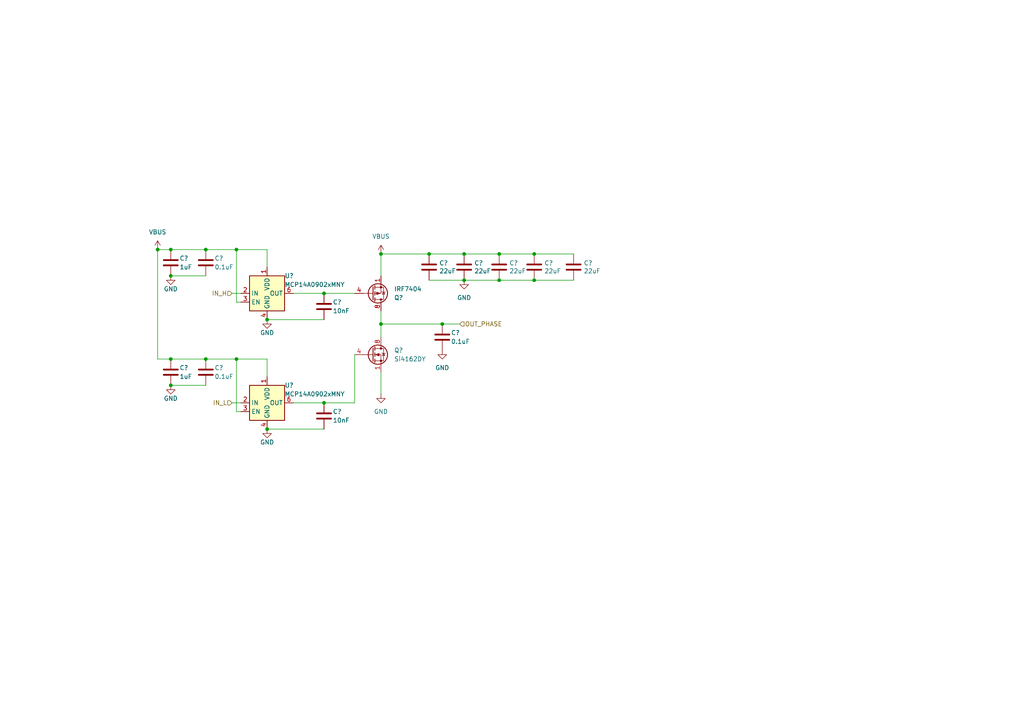
<source format=kicad_sch>
(kicad_sch (version 20211123) (generator eeschema)
  (paper "A4")
  (lib_symbols
    (symbol "Device:C" (pin_numbers hide) (pin_names (offset 0.254))
      (property "Reference" "C" (at 0.635 2.54 0))
      (property "Value" "C" (at 0.635 -2.54 0))
      (symbol "C_0_1"
        (polyline (pts (xy -2.032 -0.762) (xy 2.032 -0.762)) (stroke (width 0.508)))
        (polyline (pts (xy -2.032 0.762) (xy 2.032 0.762)) (stroke (width 0.508)))
      )
      (symbol "C_1_1"
        (pin passive line (at 0 3.81 270) (length 2.794) (name "~") (number "1"))
        (pin passive line (at 0 -3.81 90) (length 2.794) (name "~") (number "2"))
      )
    )
    (symbol "Driver_FET:MCP14A0902xMNY"
      (property "Reference" "U" (at -7.62 8.89 0))
      (property "Value" "MCP14A0902xMNY" (at 1.27 8.89 0))
      (symbol "MCP14A0902xMNY_1_1"
        (rectangle (start -5.08 -5.08) (end 5.08 5.08) (stroke (width 0.254)) (fill (type background)))
        (pin power_in line (at 0 7.62 270) (length 2.54) (name "VDD") (number "1"))
        (pin input line (at -7.62 0 0) (length 2.54) (name "IN") (number "2"))
        (pin input line (at -7.62 -2.54 0) (length 2.54) (name "EN") (number "3"))
        (pin power_in line (at 0 -7.62 90) (length 2.54) (name "GND") (number "4"))
        (pin passive line (at 0 -7.62 90) (length 2.54) hide (name "GND") (number "5"))
        (pin output line (at 7.62 0 180) (length 2.54) (name "OUT") (number "6"))
        (pin passive line (at 7.62 0 180) (length 2.54) hide (name "OUT") (number "7"))
        (pin passive line (at 0 7.62 270) (length 2.54) hide (name "VDD") (number "8"))
        (pin passive line (at 0 -7.62 90) (length 2.54) hide (name "GND") (number "9"))
      )
    )
    (symbol "Transistor_FET:IRF7404" (pin_names hide)
      (property "Reference" "Q" (at 5.08 1.905 0))
      (property "Value" "IRF7404" (at 5.08 0 0))
      (symbol "IRF7404_0_1"
        (polyline (pts (xy 0.254 0) (xy -2.54 0)))
        (polyline (pts (xy 0.254 1.905) (xy 0.254 -1.905)) (stroke (width 0.254)))
        (polyline (pts (xy 0.762 -1.27) (xy 0.762 -2.286)) (stroke (width 0.254)))
        (polyline (pts (xy 0.762 0.508) (xy 0.762 -0.508)) (stroke (width 0.254)))
        (polyline (pts (xy 0.762 2.286) (xy 0.762 1.27)) (stroke (width 0.254)))
        (polyline (pts (xy 2.54 2.54) (xy 2.54 1.778)))
        (polyline (pts (xy 2.54 -2.54) (xy 2.54 0) (xy 0.762 0)))
        (polyline (pts (xy 0.762 1.778) (xy 3.302 1.778) (xy 3.302 -1.778) (xy 0.762 -1.778)))
        (polyline (pts (xy 2.286 0) (xy 1.27 0.381) (xy 1.27 -0.381) (xy 2.286 0)) (fill (type outline)))
        (polyline (pts (xy 2.794 -0.508) (xy 2.921 -0.381) (xy 3.683 -0.381) (xy 3.81 -0.254)))
        (polyline (pts (xy 3.302 -0.381) (xy 2.921 0.254) (xy 3.683 0.254) (xy 3.302 -0.381)))
        (circle (center 1.651 0) (radius 2.794) (stroke (width 0.254)))
        (circle (center 2.54 -1.778) (radius 0.254) (fill (type outline)))
        (circle (center 2.54 1.778) (radius 0.254) (fill (type outline)))
      )
      (symbol "IRF7404_1_1"
        (pin passive line (at 2.54 -5.08 90) (length 2.54) (name "S") (number "1"))
        (pin passive line (at 2.54 -5.08 90) (length 2.54) hide (name "S") (number "2"))
        (pin passive line (at 2.54 -5.08 90) (length 2.54) hide (name "S") (number "3"))
        (pin passive line (at -5.08 0 0) (length 2.54) (name "G") (number "4"))
        (pin passive line (at 2.54 5.08 270) (length 2.54) hide (name "D") (number "5"))
        (pin passive line (at 2.54 5.08 270) (length 2.54) hide (name "D") (number "6"))
        (pin passive line (at 2.54 5.08 270) (length 2.54) hide (name "D") (number "7"))
        (pin passive line (at 2.54 5.08 270) (length 2.54) (name "D") (number "8"))
      )
    )
    (symbol "Transistor_FET:Si4162DY" (pin_names hide)
      (property "Reference" "Q" (at 5.08 2.54 0))
      (property "Value" "Si4162DY" (at 5.08 0 0))
      (symbol "Si4162DY_0_1"
        (polyline (pts (xy 0.254 0) (xy -2.54 0)))
        (polyline (pts (xy 0.254 1.905) (xy 0.254 -1.905)) (stroke (width 0.254)))
        (polyline (pts (xy 0.762 -1.27) (xy 0.762 -2.286)) (stroke (width 0.254)))
        (polyline (pts (xy 0.762 0.508) (xy 0.762 -0.508)) (stroke (width 0.254)))
        (polyline (pts (xy 0.762 2.286) (xy 0.762 1.27)) (stroke (width 0.254)))
        (polyline (pts (xy 2.54 2.54) (xy 2.54 1.778)))
        (polyline (pts (xy 2.54 -2.54) (xy 2.54 0) (xy 0.762 0)))
        (polyline (pts (xy 0.762 -1.778) (xy 3.302 -1.778) (xy 3.302 1.778) (xy 0.762 1.778)))
        (polyline (pts (xy 1.016 0) (xy 2.032 0.381) (xy 2.032 -0.381) (xy 1.016 0)) (fill (type outline)))
        (polyline (pts (xy 2.794 0.508) (xy 2.921 0.381) (xy 3.683 0.381) (xy 3.81 0.254)))
        (polyline (pts (xy 3.302 0.381) (xy 2.921 -0.254) (xy 3.683 -0.254) (xy 3.302 0.381)))
        (circle (center 1.651 0) (radius 2.794) (stroke (width 0.254)))
        (circle (center 2.54 -1.778) (radius 0.254) (fill (type outline)))
        (circle (center 2.54 1.778) (radius 0.254) (fill (type outline)))
      )
      (symbol "Si4162DY_1_1"
        (pin passive line (at 2.54 -5.08 90) (length 2.54) (name "S") (number "1"))
        (pin passive line (at 2.54 -5.08 90) (length 2.54) hide (name "S") (number "2"))
        (pin passive line (at 2.54 -5.08 90) (length 2.54) hide (name "S") (number "3"))
        (pin input line (at -5.08 0 0) (length 2.54) (name "G") (number "4"))
        (pin passive line (at 2.54 5.08 270) (length 2.54) hide (name "D") (number "5"))
        (pin passive line (at 2.54 5.08 270) (length 2.54) hide (name "D") (number "6"))
        (pin passive line (at 2.54 5.08 270) (length 2.54) hide (name "D") (number "7"))
        (pin passive line (at 2.54 5.08 270) (length 2.54) (name "D") (number "8"))
      )
    )
    (symbol "power:GND" (power) (pin_names (offset 0))
      (property "Value" "GND" (at 0 -3.81 0))
      (symbol "GND_0_1"
        (polyline (pts (xy 0 0) (xy 0 -1.27) (xy 1.27 -1.27) (xy 0 -2.54) (xy -1.27 -1.27) (xy 0 -1.27)))
      )
      (symbol "GND_1_1"
        (pin power_in line (at 0 0 270) (length 0) hide (name "GND") (number "1"))
      )
    )
    (symbol "power:VBUS" (power) (pin_names (offset 0))
      (property "Value" "VBUS" (at 0 3.81 0))
      (symbol "VBUS_0_1"
        (polyline (pts (xy -0.762 1.27) (xy 0 2.54)))
        (polyline (pts (xy 0 0) (xy 0 2.54)))
        (polyline (pts (xy 0 2.54) (xy 0.762 1.27)))
      )
      (symbol "VBUS_1_1"
        (pin power_in line (at 0 0 90) (length 0) hide (name "VBUS") (number "1"))
      )
    )
  )
  (junction (at 68.58 104.14))
  (junction (at 128.27 93.98))
  (junction (at 77.47 92.71))
  (junction (at 59.69 72.39))
  (junction (at 134.62 81.28))
  (junction (at 68.58 72.39))
  (junction (at 49.53 104.14))
  (junction (at 93.98 85.09))
  (junction (at 134.62 73.66))
  (junction (at 144.78 81.28))
  (junction (at 124.46 73.66))
  (junction (at 45.72 72.39))
  (junction (at 93.98 116.84))
  (junction (at 77.47 124.46))
  (junction (at 110.49 93.98))
  (junction (at 59.69 104.14))
  (junction (at 154.94 81.28))
  (junction (at 49.53 80.01))
  (junction (at 110.49 73.66))
  (junction (at 49.53 72.39))
  (junction (at 154.94 73.66))
  (junction (at 144.78 73.66))
  (junction (at 49.53 111.76))
  (wire (pts (xy 154.94 73.66) (xy 166.37 73.66)))
  (wire (pts (xy 144.78 73.66) (xy 154.94 73.66)))
  (wire (pts (xy 124.46 73.66) (xy 134.62 73.66)))
  (wire (pts (xy 110.49 93.98) (xy 128.27 93.98)))
  (wire (pts (xy 144.78 81.28) (xy 154.94 81.28)))
  (wire (pts (xy 49.53 80.01) (xy 59.69 80.01)))
  (wire (pts (xy 59.69 72.39) (xy 68.58 72.39)))
  (wire (pts (xy 110.49 90.17) (xy 110.49 93.98)))
  (wire (pts (xy 134.62 73.66) (xy 144.78 73.66)))
  (wire (pts (xy 69.85 87.63) (xy 68.58 87.63)))
  (wire (pts (xy 77.47 72.39) (xy 77.47 77.47)))
  (wire (pts (xy 68.58 119.38) (xy 68.58 104.14)))
  (wire (pts (xy 68.58 104.14) (xy 77.47 104.14)))
  (wire (pts (xy 93.98 116.84) (xy 102.87 116.84)))
  (wire (pts (xy 110.49 93.98) (xy 110.49 97.79)))
  (wire (pts (xy 49.53 111.76) (xy 59.69 111.76)))
  (wire (pts (xy 77.47 104.14) (xy 77.47 109.22)))
  (wire (pts (xy 124.46 81.28) (xy 134.62 81.28)))
  (wire (pts (xy 45.72 72.39) (xy 49.53 72.39)))
  (wire (pts (xy 85.09 85.09) (xy 93.98 85.09)))
  (wire (pts (xy 59.69 104.14) (xy 68.58 104.14)))
  (wire (pts (xy 102.87 102.87) (xy 102.87 116.84)))
  (wire (pts (xy 110.49 73.66) (xy 110.49 80.01)))
  (wire (pts (xy 67.31 85.09) (xy 69.85 85.09)))
  (wire (pts (xy 154.94 81.28) (xy 166.37 81.28)))
  (wire (pts (xy 69.85 119.38) (xy 68.58 119.38)))
  (wire (pts (xy 110.49 73.66) (xy 124.46 73.66)))
  (wire (pts (xy 49.53 104.14) (xy 59.69 104.14)))
  (wire (pts (xy 45.72 104.14) (xy 49.53 104.14)))
  (wire (pts (xy 77.47 124.46) (xy 93.98 124.46)))
  (wire (pts (xy 68.58 72.39) (xy 77.47 72.39)))
  (wire (pts (xy 67.31 116.84) (xy 69.85 116.84)))
  (wire (pts (xy 128.27 93.98) (xy 133.35 93.98)))
  (wire (pts (xy 110.49 107.95) (xy 110.49 114.3)))
  (wire (pts (xy 77.47 92.71) (xy 93.98 92.71)))
  (wire (pts (xy 134.62 81.28) (xy 144.78 81.28)))
  (wire (pts (xy 68.58 87.63) (xy 68.58 72.39)))
  (wire (pts (xy 93.98 85.09) (xy 102.87 85.09)))
  (wire (pts (xy 45.72 72.39) (xy 45.72 104.14)))
  (wire (pts (xy 49.53 72.39) (xy 59.69 72.39)))
  (wire (pts (xy 85.09 116.84) (xy 93.98 116.84)))
  (hierarchical_label "IN_L" (shape input) (at 67.31 116.84 180))
  (hierarchical_label "OUT_PHASE" (shape input) (at 133.35 93.98 0))
  (hierarchical_label "IN_H" (shape input) (at 67.31 85.09 180))
  (symbol (lib_id "Device:C") (at 93.98 120.65 0)
    (property "Reference" "C?" (at 96.52 119.38 0) (effects (justify left)))
    (property "Value" "10nF" (at 96.52 121.92 0) (effects (justify left)))
    (property "Footprint" "Capacitor_SMD:C_0805_2012Metric" (effects hide))
  )
  (symbol (lib_id "Device:C") (at 128.27 97.79 0)
    (property "Reference" "C?" (at 130.81 96.52 0) (effects (justify left)))
    (property "Value" "0.1uF" (at 130.81 99.06 0) (effects (justify left)))
    (property "Footprint" "Capacitor_SMD:C_0805_2012Metric" (effects hide))
  )
  (symbol (lib_id "Device:C") (at 134.62 77.47 0)
    (property "Reference" "C?" (at 137.541 76.3016 0) (effects (justify left)))
    (property "Value" "22uF" (at 137.541 78.613 0) (effects (justify left)))
    (property "Footprint" "Capacitor_SMD:C_1210_3225Metric" (effects hide))
  )
  (symbol (lib_id "Device:C") (at 59.69 76.2 0)
    (property "Reference" "C?" (at 62.23 74.93 0) (effects (justify left)))
    (property "Value" "0.1uF" (at 62.23 77.47 0) (effects (justify left)))
    (property "Footprint" "Capacitor_SMD:C_0805_2012Metric" (effects hide))
  )
  (symbol (lib_id "power:VBUS") (at 45.72 72.39 0)
    (property "Reference" "#PWR?" (effects hide))
    (property "Value" "VBUS" (at 45.72 67.31 0))
  )
  (symbol (lib_id "Device:C") (at 166.37 77.47 0)
    (property "Reference" "C?" (at 169.291 76.3016 0) (effects (justify left)))
    (property "Value" "22uF" (at 169.291 78.613 0) (effects (justify left)))
    (property "Footprint" "Capacitor_SMD:C_1210_3225Metric" (effects hide))
  )
  (symbol (lib_id "power:GND") (at 110.49 114.3 0)
    (property "Reference" "#PWR?" (effects hide))
    (property "Value" "GND" (at 110.49 119.38 0))
  )
  (symbol (lib_id "Device:C") (at 49.53 76.2 0)
    (property "Reference" "C?" (at 52.07 74.93 0) (effects (justify left)))
    (property "Value" "1uF" (at 52.07 77.47 0) (effects (justify left)))
    (property "Footprint" "Capacitor_SMD:C_0805_2012Metric" (effects hide))
  )
  (symbol (lib_id "power:GND") (at 77.47 124.46 0)
    (property "Reference" "#PWR?" (effects hide))
    (property "Value" "GND" (at 77.47 128.27 0))
  )
  (symbol (lib_id "Driver_FET:MCP14A0902xMNY") (at 77.47 116.84 0)
    (property "Reference" "U?" (at 82.55 111.76 0) (effects (justify left)))
    (property "Value" "MCP14A0902xMNY" (at 82.55 114.3 0) (effects (justify left)))
    (property "Datasheet" "http://ww1.microchip.com/downloads/en/DeviceDoc/MCP14A0901_2-Data-Sheet-20006183A.pdf" (effects hide))
  )
  (symbol (lib_id "Device:C") (at 144.78 77.47 0)
    (property "Reference" "C?" (at 147.701 76.3016 0) (effects (justify left)))
    (property "Value" "22uF" (at 147.701 78.613 0) (effects (justify left)))
    (property "Footprint" "Capacitor_SMD:C_1210_3225Metric" (effects hide))
  )
  (symbol (lib_id "power:GND") (at 134.62 81.28 0)
    (property "Reference" "#PWR?" (effects hide))
    (property "Value" "GND" (at 134.62 86.36 0))
  )
  (symbol (lib_id "Device:C") (at 93.98 88.9 0)
    (property "Reference" "C?" (at 96.52 87.63 0) (effects (justify left)))
    (property "Value" "10nF" (at 96.52 90.17 0) (effects (justify left)))
    (property "Footprint" "Capacitor_SMD:C_0805_2012Metric" (effects hide))
  )
  (symbol (lib_id "Transistor_FET:Si4162DY") (at 107.95 102.87 0)
    (property "Reference" "Q?" (at 114.3 101.5999 0) (effects (justify left)))
    (property "Value" "Si4162DY" (at 114.3 104.1399 0) (effects (justify left)))
    (property "Footprint" "Package_SO:SOIC-8_3.9x4.9mm_P1.27mm" (effects hide))
    (property "Datasheet" "http://www.vishay.com/docs/68967/si4162dy.pdf" (effects hide))
  )
  (symbol (lib_id "Device:C") (at 59.69 107.95 0)
    (property "Reference" "C?" (at 62.23 106.68 0) (effects (justify left)))
    (property "Value" "0.1uF" (at 62.23 109.22 0) (effects (justify left)))
    (property "Footprint" "Capacitor_SMD:C_0805_2012Metric" (effects hide))
  )
  (symbol (lib_id "Device:C") (at 124.46 77.47 0)
    (property "Reference" "C?" (at 127.381 76.3016 0) (effects (justify left)))
    (property "Value" "22uF" (at 127.381 78.613 0) (effects (justify left)))
    (property "Footprint" "Capacitor_SMD:C_1210_3225Metric" (effects hide))
  )
  (symbol (lib_id "power:VBUS") (at 110.49 73.66 0)
    (property "Reference" "#PWR?" (effects hide))
    (property "Value" "VBUS" (at 110.49 68.58 0))
  )
  (symbol (lib_id "Transistor_FET:IRF7404") (at 107.95 85.09 0) (mirror x)
    (property "Reference" "Q?" (at 114.3 86.3601 0) (effects (justify left)))
    (property "Value" "IRF7404" (at 114.3 83.8201 0) (effects (justify left)))
    (property "Footprint" "Package_SO:SOIC-8_3.9x4.9mm_P1.27mm" (effects hide))
    (property "Datasheet" "http://www.infineon.com/dgdl/irf7404.pdf?fileId=5546d462533600a4015355fa2b5b1b9e" (effects hide))
  )
  (symbol (lib_id "power:GND") (at 49.53 80.01 0)
    (property "Reference" "#PWR?" (effects hide))
    (property "Value" "GND" (at 49.53 83.82 0))
  )
  (symbol (lib_id "Device:C") (at 154.94 77.47 0)
    (property "Reference" "C?" (at 157.861 76.3016 0) (effects (justify left)))
    (property "Value" "22uF" (at 157.861 78.613 0) (effects (justify left)))
    (property "Footprint" "Capacitor_SMD:C_1210_3225Metric" (effects hide))
  )
  (symbol (lib_id "power:GND") (at 49.53 111.76 0)
    (property "Reference" "#PWR?" (effects hide))
    (property "Value" "GND" (at 49.53 115.57 0))
  )
  (symbol (lib_id "Device:C") (at 49.53 107.95 0)
    (property "Reference" "C?" (at 52.07 106.68 0) (effects (justify left)))
    (property "Value" "1uF" (at 52.07 109.22 0) (effects (justify left)))
    (property "Footprint" "Capacitor_SMD:C_0805_2012Metric" (effects hide))
  )
  (symbol (lib_id "power:GND") (at 128.27 101.6 0)
    (property "Reference" "#PWR?" (effects hide))
    (property "Value" "GND" (at 128.27 106.68 0))
  )
  (symbol (lib_id "power:GND") (at 77.47 92.71 0)
    (property "Reference" "#PWR?" (effects hide))
    (property "Value" "GND" (at 77.47 96.52 0))
  )
  (symbol (lib_id "Driver_FET:MCP14A0902xMNY") (at 77.47 85.09 0)
    (property "Reference" "U?" (at 82.55 80.01 0) (effects (justify left)))
    (property "Value" "MCP14A0902xMNY" (at 82.55 82.55 0) (effects (justify left)))
    (property "Footprint" "Package_DFN_QFN:TDFN-8-1EP_3x2mm_P0.5mm_EP1.3x1.4mm" (effects hide))
    (property "Datasheet" "http://ww1.microchip.com/downloads/en/DeviceDoc/MCP14A0901_2-Data-Sheet-20006183A.pdf" (effects hide))
  )
)
</source>
